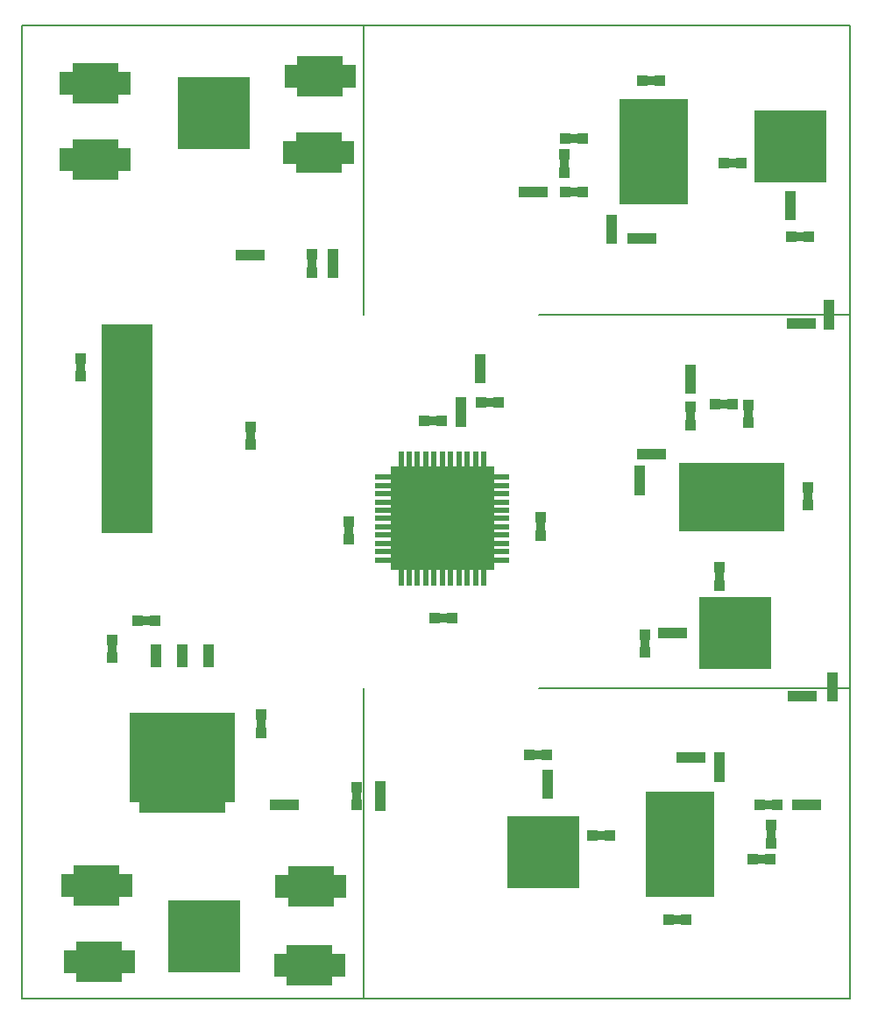
<source format=gtp>
%FSLAX25Y25*%
%MOIN*%
G70*
G01*
G75*
G04 Layer_Color=8421504*
%ADD10R,0.03937X0.03937*%
%ADD11R,0.03937X0.03937*%
%ADD12R,0.01969X0.05906*%
%ADD13R,0.05906X0.01969*%
%ADD14R,0.09843X0.09055*%
%ADD15R,0.32795X0.31496*%
%ADD16R,0.04213X0.08504*%
%ADD17C,0.01000*%
%ADD18C,0.03937*%
%ADD19C,0.02362*%
%ADD20C,0.00787*%
%ADD21R,0.27559X0.27559*%
%ADD22R,0.03543X0.06693*%
%ADD23R,0.19685X0.79528*%
%ADD24R,0.25984X0.40158*%
%ADD25R,0.40158X0.25984*%
%ADD26R,0.06693X0.03543*%
%ADD27R,0.07087X0.03937*%
%ADD28R,0.03937X0.07087*%
%ADD29R,0.39370X0.39370*%
%ADD30R,0.17716X0.15748*%
%ADD31R,0.40000X0.34016*%
%ADD32C,0.07874*%
%ADD33C,0.05906*%
%ADD34C,0.07284*%
%ADD35R,0.07284X0.07284*%
%ADD36R,0.05906X0.05906*%
%ADD37C,0.05000*%
%ADD38C,0.15748*%
%ADD39C,0.00984*%
%ADD40C,0.00492*%
%ADD41C,0.00591*%
G54D10*
X415648Y136346D02*
D03*
Y129654D02*
D03*
X657648Y225693D02*
D03*
Y219000D02*
D03*
X635648Y218154D02*
D03*
Y224847D02*
D03*
X646648Y157153D02*
D03*
Y163847D02*
D03*
X680148Y187654D02*
D03*
Y194346D02*
D03*
X578648Y182846D02*
D03*
Y176154D02*
D03*
X505648Y181346D02*
D03*
Y174653D02*
D03*
X491648Y282846D02*
D03*
Y276153D02*
D03*
X508648Y80347D02*
D03*
Y73654D02*
D03*
X403648Y236653D02*
D03*
Y243347D02*
D03*
X468148Y217347D02*
D03*
Y210653D02*
D03*
X666148Y59153D02*
D03*
Y65847D02*
D03*
X587648Y320847D02*
D03*
Y314154D02*
D03*
X618148Y131653D02*
D03*
Y138347D02*
D03*
X616148Y193457D02*
D03*
Y200543D02*
D03*
X605648Y288957D02*
D03*
Y296043D02*
D03*
X646648Y91543D02*
D03*
Y84457D02*
D03*
X635648Y231957D02*
D03*
Y239043D02*
D03*
X673648Y305043D02*
D03*
Y297957D02*
D03*
X581148Y77957D02*
D03*
Y85043D02*
D03*
X499648Y275957D02*
D03*
Y283043D02*
D03*
X517648Y80543D02*
D03*
Y73457D02*
D03*
X548148Y219457D02*
D03*
Y226543D02*
D03*
X555648Y235957D02*
D03*
Y243043D02*
D03*
X688148Y256457D02*
D03*
Y263543D02*
D03*
X689605Y122043D02*
D03*
Y114957D02*
D03*
X472148Y107846D02*
D03*
Y101154D02*
D03*
G54D11*
X594494Y327000D02*
D03*
X587802D02*
D03*
X659302Y53000D02*
D03*
X665995D02*
D03*
X587802Y306500D02*
D03*
X594494D02*
D03*
X668495Y73500D02*
D03*
X661802D02*
D03*
X648302Y317500D02*
D03*
X654994D02*
D03*
X604994Y62000D02*
D03*
X598302D02*
D03*
X617302Y349000D02*
D03*
X623994D02*
D03*
X633994Y30000D02*
D03*
X627302D02*
D03*
X555802Y226500D02*
D03*
X562495D02*
D03*
X538302Y144500D02*
D03*
X544994D02*
D03*
X540995Y219500D02*
D03*
X534302D02*
D03*
X644802Y225847D02*
D03*
X651495D02*
D03*
X580995Y92500D02*
D03*
X574302D02*
D03*
X673802Y289500D02*
D03*
X680494D02*
D03*
X613605Y289000D02*
D03*
X620691D02*
D03*
X639191Y91500D02*
D03*
X632105D02*
D03*
X624191Y207000D02*
D03*
X617105D02*
D03*
X572105Y306500D02*
D03*
X579191D02*
D03*
X676105Y73500D02*
D03*
X683191D02*
D03*
X625105Y139000D02*
D03*
X632191D02*
D03*
X464605Y282500D02*
D03*
X471691D02*
D03*
X477605Y73500D02*
D03*
X484691D02*
D03*
X681191Y256500D02*
D03*
X674105D02*
D03*
X674562Y115000D02*
D03*
X681648D02*
D03*
X425302Y143500D02*
D03*
X431994D02*
D03*
G54D12*
X541148Y204941D02*
D03*
X544298D02*
D03*
X547447D02*
D03*
X553747D02*
D03*
X550597D02*
D03*
X556896D02*
D03*
X525400D02*
D03*
X531699D02*
D03*
X528550D02*
D03*
X534849D02*
D03*
X537998D02*
D03*
Y160059D02*
D03*
X534849D02*
D03*
X528550D02*
D03*
X531699D02*
D03*
X525400D02*
D03*
X556896D02*
D03*
X550597D02*
D03*
X553747D02*
D03*
X547447D02*
D03*
X544298D02*
D03*
X541148D02*
D03*
G54D13*
X563589Y182500D02*
D03*
Y185650D02*
D03*
Y188799D02*
D03*
Y195098D02*
D03*
Y191949D02*
D03*
Y198248D02*
D03*
Y166752D02*
D03*
Y173051D02*
D03*
Y169902D02*
D03*
Y176201D02*
D03*
Y179350D02*
D03*
X518707D02*
D03*
Y176201D02*
D03*
Y169902D02*
D03*
Y173051D02*
D03*
Y166752D02*
D03*
Y198248D02*
D03*
Y191949D02*
D03*
Y195098D02*
D03*
Y188799D02*
D03*
Y185650D02*
D03*
Y182500D02*
D03*
G54D14*
X401184Y43000D02*
D03*
X418113D02*
D03*
X499613Y42500D02*
D03*
X482684D02*
D03*
X402183Y14000D02*
D03*
X419113D02*
D03*
X499113Y12500D02*
D03*
X482184D02*
D03*
X400683Y348000D02*
D03*
X417613D02*
D03*
X503113Y350500D02*
D03*
X486184D02*
D03*
X400683Y319000D02*
D03*
X417613D02*
D03*
X502613Y321500D02*
D03*
X485683D02*
D03*
G54D15*
X442148Y86311D02*
D03*
G54D16*
Y130287D02*
D03*
X452148D02*
D03*
X432148D02*
D03*
G54D20*
X696148Y118110D02*
X578038D01*
X696148Y259842D02*
X578038D01*
X511109Y0D02*
Y118110D01*
Y259842D02*
Y370079D01*
X696148Y0D02*
X381187D01*
Y370079D01*
X696148Y0D02*
Y370079D01*
X381187D01*
G54D21*
X673648Y324000D02*
D03*
X652648Y139000D02*
D03*
X579648Y55500D02*
D03*
X450648Y23500D02*
D03*
X454148Y336500D02*
D03*
G54D22*
X415648Y133000D02*
D03*
X657648Y222346D02*
D03*
X635648Y221500D02*
D03*
X646648Y160500D02*
D03*
X680148Y191000D02*
D03*
X578648Y179500D02*
D03*
X505648Y178000D02*
D03*
X491648Y279500D02*
D03*
X508648Y77000D02*
D03*
X403648Y240000D02*
D03*
X468148Y214000D02*
D03*
X666148Y62500D02*
D03*
X587648Y317500D02*
D03*
X618148Y135000D02*
D03*
X472148Y104500D02*
D03*
G54D23*
X421146Y216504D02*
D03*
G54D24*
X631648Y58500D02*
D03*
X621648Y322000D02*
D03*
G54D25*
X651148Y190500D02*
D03*
G54D26*
X591148Y327000D02*
D03*
X662648Y53000D02*
D03*
X591148Y306500D02*
D03*
X665148Y73500D02*
D03*
X651648Y317500D02*
D03*
X601648Y62000D02*
D03*
X620648Y349000D02*
D03*
X630648Y30000D02*
D03*
X559148Y226500D02*
D03*
X541648Y144500D02*
D03*
X537648Y219500D02*
D03*
X648148Y225847D02*
D03*
X577648Y92500D02*
D03*
X677148Y289500D02*
D03*
X428648Y143500D02*
D03*
G54D27*
X617148Y289000D02*
D03*
X635648Y91500D02*
D03*
X620648Y207000D02*
D03*
X575648Y306500D02*
D03*
X679648Y73500D02*
D03*
X628648Y139000D02*
D03*
X468148Y282500D02*
D03*
X481148Y73500D02*
D03*
X677648Y256500D02*
D03*
X678105Y115000D02*
D03*
G54D28*
X616148Y197000D02*
D03*
X605648Y292500D02*
D03*
X646648Y88000D02*
D03*
X635648Y235500D02*
D03*
X673648Y301500D02*
D03*
X581148Y81500D02*
D03*
X499648Y279500D02*
D03*
X517648Y77000D02*
D03*
X548148Y223000D02*
D03*
X555648Y239500D02*
D03*
X688148Y260000D02*
D03*
X689605Y118500D02*
D03*
G54D29*
X541148Y182500D02*
D03*
G54D30*
X409648Y43000D02*
D03*
X491148Y42500D02*
D03*
X410648Y14000D02*
D03*
X490648Y12500D02*
D03*
X409148Y348000D02*
D03*
X494648Y350500D02*
D03*
X409148Y319000D02*
D03*
X494148Y321500D02*
D03*
G54D31*
X442148Y91508D02*
D03*
M02*

</source>
